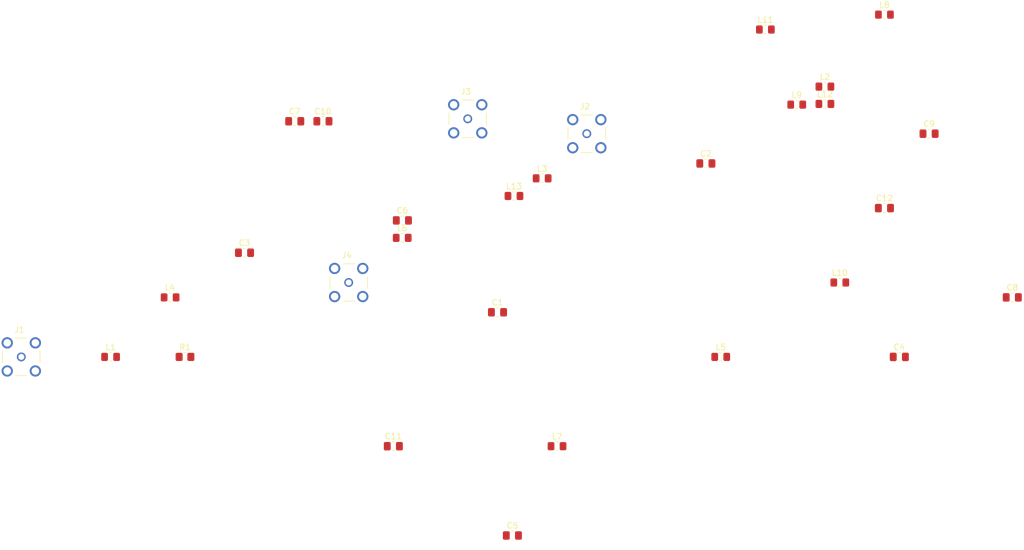
<source format=kicad_pcb>
(kicad_pcb (version 20211014) (generator pcbnew)
  (layers (0 "F.Cu" signal) (31 "B.Cu" signal) (34 "B.Paste" user) (35 "F.Paste" user) (36 "B.SilkS" user "B.Silkscreen") (37 "F.SilkS" user "F.Silkscreen") (38 "B.Mask" user) (39 "F.Mask" user) (44 "Edge.Cuts" user))
  (net 0 "")
  (net 1 "GND")
  (net 2 "Net-(J1-Pad1)")
  (net 3 "Net-(C6-Pad2)")
  (net 4 "Net-(J4-Pad1)")
  (net 5 "Net-(L1-Pad1)")
  (net 6 "Net-(C1-Pad1)")
  (net 7 "Net-(C1-Pad2)")
  (net 8 "Net-(C2-Pad2)")
  (net 9 "Net-(C3-Pad2)")
  (net 10 "Net-(C4-Pad2)")
  (net 11 "Net-(C5-Pad2)")
  (net 12 "Net-(C6-Pad1)")
  (net 13 "Net-(C7-Pad2)")
  (net 14 "Net-(C9-Pad2)")
  (net 15 "Net-(C10-Pad2)")
  (net 16 "Net-(C11-Pad2)")
  (net 17 "Net-(C12-Pad2)")
  (footprint "SMA_CONNECTOR:LPRS_SMA_CONNECTOR" (layer "F.Cu") (at 124.46 40.64)
    (fp_text reference "J2" (at -0.325 -4.635) (layer "F.SilkS"))
    (fp_text value "SMA_CONNECTOR")
    (fp_line (start -1 -3.2) (end 1 -3.2) (layer "F.SilkS") (width 0.127))
    (fp_line (start -3.2 1) (end -3.2 -1) (layer "F.SilkS") (width 0.127))
    (fp_line (start 1 3.2) (end -1 3.2) (layer "F.SilkS") (width 0.127))
    (fp_line (start 3.2 -1) (end 3.2 1) (layer "F.SilkS") (width 0.127))
    (pad "1" thru_hole circle locked (at 0 0) (size 1.508 1.508) (drill 1) (layers *.Cu *.Mask) (net 3 "Net-(C6-Pad2)"))
    (pad "G1" thru_hole circle locked (at -2.4 -2.4) (size 1.92 1.92) (drill 1.28) (layers *.Cu *.Mask) (net 1 "GND"))
    (pad "G2" thru_hole circle locked (at -2.4 2.4) (size 1.92 1.92) (drill 1.28) (layers *.Cu *.Mask) (net 1 "GND"))
    (pad "G3" thru_hole circle locked (at 2.4 2.4) (size 1.92 1.92) (drill 1.28) (layers *.Cu *.Mask) (net 1 "GND"))
    (pad "G4" thru_hole circle locked (at 2.4 -2.4) (size 1.92 1.92) (drill 1.28) (layers *.Cu *.Mask) (net 1 "GND"))
  )
  (footprint "Resistor_SMD:R_0805_2012Metric_Pad1.20x1.40mm_HandSolder" (layer "F.Cu") (at 55.88 78.74)
    (fp_text reference "R1" (at 0 -1.65) (layer "F.SilkS"))
    (fp_text value "14")
    (fp_line (start -0.227064 -0.735) (end 0.227064 -0.735) (layer "F.SilkS") (width 0.12))
    (fp_line (start -0.227064 0.735) (end 0.227064 0.735) (layer "F.SilkS") (width 0.12))
    (pad "1" smd roundrect locked (at -1 0) (size 1.2 1.4) (layers "F.Cu" "F.Paste" "F.Mask") (roundrect_rratio 0.208333) (net 5 "Net-(L1-Pad1)"))
    (pad "2" smd roundrect locked (at 1 0) (size 1.2 1.4) (layers "F.Cu" "F.Paste" "F.Mask") (roundrect_rratio 0.208333) (net 6 "Net-(C1-Pad1)"))
  )
  (footprint "Capacitor_SMD:C_0805_2012Metric_Pad1.18x1.45mm_HandSolder" (layer "F.Cu") (at 109.22 71.12)
    (fp_text reference "C1" (at 0 -1.68) (layer "F.SilkS"))
    (fp_text value "9.706p")
    (fp_line (start -0.261252 -0.735) (end 0.261252 -0.735) (layer "F.SilkS") (width 0.12))
    (fp_line (start -0.261252 0.735) (end 0.261252 0.735) (layer "F.SilkS") (width 0.12))
    (pad "1" smd roundrect locked (at -1.0375 0) (size 1.175 1.45) (layers "F.Cu" "F.Paste" "F.Mask") (roundrect_rratio 0.212766) (net 6 "Net-(C1-Pad1)"))
    (pad "2" smd roundrect locked (at 1.0375 0) (size 1.175 1.45) (layers "F.Cu" "F.Paste" "F.Mask") (roundrect_rratio 0.212766) (net 7 "Net-(C1-Pad2)"))
  )
  (footprint "Capacitor_SMD:C_0805_2012Metric_Pad1.18x1.45mm_HandSolder" (layer "F.Cu") (at 79.42 38.52)
    (fp_text reference "C10" (at 0 -1.68) (layer "F.SilkS"))
    (fp_text value "7.707p")
    (fp_line (start -0.261252 -0.735) (end 0.261252 -0.735) (layer "F.SilkS") (width 0.12))
    (fp_line (start -0.261252 0.735) (end 0.261252 0.735) (layer "F.SilkS") (width 0.12))
    (pad "1" smd roundrect locked (at -1.0375 0) (size 1.175 1.45) (layers "F.Cu" "F.Paste" "F.Mask") (roundrect_rratio 0.212766) (net 6 "Net-(C1-Pad1)"))
    (pad "2" smd roundrect locked (at 1.0375 0) (size 1.175 1.45) (layers "F.Cu" "F.Paste" "F.Mask") (roundrect_rratio 0.212766) (net 15 "Net-(C10-Pad2)"))
  )
  (footprint "Capacitor_SMD:C_0805_2012Metric_Pad1.18x1.45mm_HandSolder" (layer "F.Cu") (at 91.44 93.98)
    (fp_text reference "C11" (at 0 -1.68) (layer "F.SilkS"))
    (fp_text value "1.094n")
    (fp_line (start -0.261252 0.735) (end 0.261252 0.735) (layer "F.SilkS") (width 0.12))
    (fp_line (start -0.261252 -0.735) (end 0.261252 -0.735) (layer "F.SilkS") (width 0.12))
    (pad "1" smd roundrect locked (at -1.0375 0) (size 1.175 1.45) (layers "F.Cu" "F.Paste" "F.Mask") (roundrect_rratio 0.212766) (net 1 "GND"))
    (pad "2" smd roundrect locked (at 1.0375 0) (size 1.175 1.45) (layers "F.Cu" "F.Paste" "F.Mask") (roundrect_rratio 0.212766) (net 16 "Net-(C11-Pad2)"))
  )
  (footprint "Inductor_SMD:L_0805_2012Metric_Pad1.15x1.40mm_HandSolder" (layer "F.Cu") (at 92.955 58.42)
    (fp_text reference "L6" (at 0 -1.65) (layer "F.SilkS"))
    (fp_text value "2.895uH")
    (fp_line (start -0.261252 -0.71) (end 0.261252 -0.71) (layer "F.SilkS") (width 0.12))
    (fp_line (start -0.261252 0.71) (end 0.261252 0.71) (layer "F.SilkS") (width 0.12))
    (pad "1" smd roundrect locked (at -1.025 0) (size 1.15 1.4) (layers "F.Cu" "F.Paste" "F.Mask") (roundrect_rratio 0.217391) (net 11 "Net-(C5-Pad2)"))
    (pad "2" smd roundrect locked (at 1.025 0) (size 1.15 1.4) (layers "F.Cu" "F.Paste" "F.Mask") (roundrect_rratio 0.217391) (net 3 "Net-(C6-Pad2)"))
  )
  (footprint "Inductor_SMD:L_0805_2012Metric_Pad1.15x1.40mm_HandSolder" (layer "F.Cu") (at 43.18 78.74)
    (fp_text reference "L1" (at 0 -1.65) (layer "F.SilkS"))
    (fp_text value "92.22nH")
    (fp_line (start -0.261252 0.71) (end 0.261252 0.71) (layer "F.SilkS") (width 0.12))
    (fp_line (start -0.261252 -0.71) (end 0.261252 -0.71) (layer "F.SilkS") (width 0.12))
    (pad "1" smd roundrect locked (at -1.025 0) (size 1.15 1.4) (layers "F.Cu" "F.Paste" "F.Mask") (roundrect_rratio 0.217391) (net 5 "Net-(L1-Pad1)"))
    (pad "2" smd roundrect locked (at 1.025 0) (size 1.15 1.4) (layers "F.Cu" "F.Paste" "F.Mask") (roundrect_rratio 0.217391) (net 2 "Net-(J1-Pad1)"))
  )
  (footprint "Inductor_SMD:L_0805_2012Metric_Pad1.15x1.40mm_HandSolder" (layer "F.Cu") (at 165.1 32.61)
    (fp_text reference "L2" (at 0 -1.65) (layer "F.SilkS"))
    (fp_text value "5.827uH")
    (fp_line (start -0.261252 -0.71) (end 0.261252 -0.71) (layer "F.SilkS") (width 0.12))
    (fp_line (start -0.261252 0.71) (end 0.261252 0.71) (layer "F.SilkS") (width 0.12))
    (pad "1" smd roundrect locked (at -1.025 0) (size 1.15 1.4) (layers "F.Cu" "F.Paste" "F.Mask") (roundrect_rratio 0.217391) (net 7 "Net-(C1-Pad2)"))
    (pad "2" smd roundrect locked (at 1.025 0) (size 1.15 1.4) (layers "F.Cu" "F.Paste" "F.Mask") (roundrect_rratio 0.217391) (net 8 "Net-(C2-Pad2)"))
  )
  (footprint "Capacitor_SMD:C_0805_2012Metric_Pad1.18x1.45mm_HandSolder" (layer "F.Cu") (at 182.88 40.64)
    (fp_text reference "C9" (at 0 -1.68) (layer "F.SilkS"))
    (fp_text value "10p")
    (fp_line (start -0.261252 -0.735) (end 0.261252 -0.735) (layer "F.SilkS") (width 0.12))
    (fp_line (start -0.261252 0.735) (end 0.261252 0.735) (layer "F.SilkS") (width 0.12))
    (pad "1" smd roundrect locked (at -1.0375 0) (size 1.175 1.45) (layers "F.Cu" "F.Paste" "F.Mask") (roundrect_rratio 0.212766) (net 1 "GND"))
    (pad "2" smd roundrect locked (at 1.0375 0) (size 1.175 1.45) (layers "F.Cu" "F.Paste" "F.Mask") (roundrect_rratio 0.212766) (net 14 "Net-(C9-Pad2)"))
  )
  (footprint "Inductor_SMD:L_0805_2012Metric_Pad1.15x1.40mm_HandSolder" (layer "F.Cu") (at 116.84 48.26)
    (fp_text reference "L3" (at 0 -1.65) (layer "F.SilkS"))
    (fp_text value "22.44nH")
    (fp_line (start -0.261252 0.71) (end 0.261252 0.71) (layer "F.SilkS") (width 0.12))
    (fp_line (start -0.261252 -0.71) (end 0.261252 -0.71) (layer "F.SilkS") (width 0.12))
    (pad "1" smd roundrect locked (at -1.025 0) (size 1.15 1.4) (layers "F.Cu" "F.Paste" "F.Mask") (roundrect_rratio 0.217391) (net 8 "Net-(C2-Pad2)"))
    (pad "2" smd roundrect locked (at 1.025 0) (size 1.15 1.4) (layers "F.Cu" "F.Paste" "F.Mask") (roundrect_rratio 0.217391) (net 1 "GND"))
  )
  (footprint "Capacitor_SMD:C_0805_2012Metric_Pad1.18x1.45mm_HandSolder" (layer "F.Cu") (at 66.04 60.96)
    (fp_text reference "C3" (at 0 -1.68) (layer "F.SilkS"))
    (fp_text value "9.191p")
    (fp_line (start -0.261252 -0.735) (end 0.261252 -0.735) (layer "F.SilkS") (width 0.12))
    (fp_line (start -0.261252 0.735) (end 0.261252 0.735) (layer "F.SilkS") (width 0.12))
    (pad "1" smd roundrect locked (at -1.0375 0) (size 1.175 1.45) (layers "F.Cu" "F.Paste" "F.Mask") (roundrect_rratio 0.212766) (net 8 "Net-(C2-Pad2)"))
    (pad "2" smd roundrect locked (at 1.0375 0) (size 1.175 1.45) (layers "F.Cu" "F.Paste" "F.Mask") (roundrect_rratio 0.212766) (net 9 "Net-(C3-Pad2)"))
  )
  (footprint "SMA_CONNECTOR:LPRS_SMA_CONNECTOR" (layer "F.Cu") (at 104.14 38.1)
    (fp_text reference "J3" (at -0.325 -4.635) (layer "F.SilkS"))
    (fp_text value "SMA_CONNECTOR")
    (fp_line (start 1 3.2) (end -1 3.2) (layer "F.SilkS") (width 0.127))
    (fp_line (start -1 -3.2) (end 1 -3.2) (layer "F.SilkS") (width 0.127))
    (fp_line (start 3.2 -1) (end 3.2 1) (layer "F.SilkS") (width 0.127))
    (fp_line (start -3.2 1) (end -3.2 -1) (layer "F.SilkS") (width 0.127))
    (pad "1" thru_hole circle locked (at 0 0) (size 1.508 1.508) (drill 1) (layers *.Cu *.Mask) (net 1 "GND"))
    (pad "G1" thru_hole circle locked (at -2.4 -2.4) (size 1.92 1.92) (drill 1.28) (layers *.Cu *.Mask) (net 1 "GND"))
    (pad "G2" thru_hole circle locked (at -2.4 2.4) (size 1.92 1.92) (drill 1.28) (layers *.Cu *.Mask) (net 1 "GND"))
    (pad "G3" thru_hole circle locked (at 2.4 2.4) (size 1.92 1.92) (drill 1.28) (layers *.Cu *.Mask) (net 1 "GND"))
    (pad "G4" thru_hole circle locked (at 2.4 -2.4) (size 1.92 1.92) (drill 1.28) (layers *.Cu *.Mask) (net 1 "GND"))
  )
  (footprint "Inductor_SMD:L_0805_2012Metric_Pad1.15x1.40mm_HandSolder" (layer "F.Cu") (at 160.29 35.68)
    (fp_text reference "L9" (at 0 -1.65) (layer "F.SilkS"))
    (fp_text value "39nH")
    (fp_line (start -0.261252 0.71) (end 0.261252 0.71) (layer "F.SilkS") (width 0.12))
    (fp_line (start -0.261252 -0.71) (end 0.261252 -0.71) (layer "F.SilkS") (width 0.12))
    (pad "1" smd roundrect locked (at -1.025 0) (size 1.15 1.4) (layers "F.Cu" "F.Paste" "F.Mask") (roundrect_rratio 0.217391) (net 12 "Net-(C6-Pad1)"))
    (pad "2" smd roundrect locked (at 1.025 0) (size 1.15 1.4) (layers "F.Cu" "F.Paste" "F.Mask") (roundrect_rratio 0.217391) (net 1 "GND"))
  )
  (footprint "Inductor_SMD:L_0805_2012Metric_Pad1.15x1.40mm_HandSolder" (layer "F.Cu") (at 119.38 93.98)
    (fp_text reference "L7" (at 0 -1.65) (layer "F.SilkS"))
    (fp_text value "15.27uH")
    (fp_line (start -0.261252 -0.71) (end 0.261252 -0.71) (layer "F.SilkS") (width 0.12))
    (fp_line (start -0.261252 0.71) (end 0.261252 0.71) (layer "F.SilkS") (width 0.12))
    (pad "1" smd roundrect locked (at -1.025 0) (size 1.15 1.4) (layers "F.Cu" "F.Paste" "F.Mask") (roundrect_rratio 0.217391) (net 3 "Net-(C6-Pad2)"))
    (pad "2" smd roundrect locked (at 1.025 0) (size 1.15 1.4) (layers "F.Cu" "F.Paste" "F.Mask") (roundrect_rratio 0.217391) (net 12 "Net-(C6-Pad1)"))
  )
  (footprint "Capacitor_SMD:C_0805_2012Metric_Pad1.18x1.45mm_HandSolder" (layer "F.Cu") (at 74.61 38.52)
    (fp_text reference "C7" (at 0 -1.68) (layer "F.SilkS"))
    (fp_text value "16p")
    (fp_line (start -0.261252 0.735) (end 0.261252 0.735) (layer "F.SilkS") (width 0.12))
    (fp_line (start -0.261252 -0.735) (end 0.261252 -0.735) (layer "F.SilkS") (width 0.12))
    (pad "1" smd roundrect locked (at -1.0375 0) (size 1.175 1.45) (layers "F.Cu" "F.Paste" "F.Mask") (roundrect_rratio 0.212766) (net 12 "Net-(C6-Pad1)"))
    (pad "2" smd roundrect locked (at 1.0375 0) (size 1.175 1.45) (layers "F.Cu" "F.Paste" "F.Mask") (roundrect_rratio 0.212766) (net 13 "Net-(C7-Pad2)"))
  )
  (footprint "Inductor_SMD:L_0805_2012Metric_Pad1.15x1.40mm_HandSolder" (layer "F.Cu") (at 112.03 51.27)
    (fp_text reference "L13" (at 0 -1.65) (layer "F.SilkS"))
    (fp_text value "1.698uH")
    (fp_line (start -0.261252 -0.71) (end 0.261252 -0.71) (layer "F.SilkS") (width 0.12))
    (fp_line (start -0.261252 0.71) (end 0.261252 0.71) (layer "F.SilkS") (width 0.12))
    (pad "1" smd roundrect locked (at -1.025 0) (size 1.15 1.4) (layers "F.Cu" "F.Paste" "F.Mask") (roundrect_rratio 0.217391) (net 17 "Net-(C12-Pad2)"))
    (pad "2" smd roundrect locked (at 1.025 0) (size 1.15 1.4) (layers "F.Cu" "F.Paste" "F.Mask") (roundrect_rratio 0.217391) (net 4 "Net-(J4-Pad1)"))
  )
  (footprint "Inductor_SMD:L_0805_2012Metric_Pad1.15x1.40mm_HandSolder" (layer "F.Cu") (at 165.1 35.56)
    (fp_text reference "L12" (at 0 -1.65) (layer "F.SilkS"))
    (fp_text value "32.31nH")
    (fp_line (start -0.261252 -0.71) (end 0.261252 -0.71) (layer "F.SilkS") (width 0.12))
    (fp_line (start -0.261252 0.71) (end 0.261252 0.71) (layer "F.SilkS") (width 0.12))
    (pad "1" smd roundrect locked (at -1.025 0) (size 1.15 1.4) (layers "F.Cu" "F.Paste" "F.Mask") (roundrect_rratio 0.217391) (net 16 "Net-(C11-Pad2)"))
    (pad "2" smd roundrect locked (at 1.025 0) (size 1.15 1.4) (layers "F.Cu" "F.Paste" "F.Mask") (roundrect_rratio 0.217391) (net 1 "GND"))
  )
  (footprint "SMA_CONNECTOR:LPRS_SMA_CONNECTOR" (layer "F.Cu") (at 27.94 78.74)
    (fp_text reference "J1" (at -0.325 -4.635) (layer "F.SilkS"))
    (fp_text value "SMA_CONNECTOR")
    (fp_line (start 1 3.2) (end -1 3.2) (layer "F.SilkS") (width 0.127))
    (fp_line (start 3.2 -1) (end 3.2 1) (layer "F.SilkS") (width 0.127))
    (fp_line (start -1 -3.2) (end 1 -3.2) (layer "F.SilkS") (width 0.127))
    (fp_line (start -3.2 1) (end -3.2 -1) (layer "F.SilkS") (width 0.127))
    (pad "1" thru_hole circle locked (at 0 0) (size 1.508 1.508) (drill 1) (layers *.Cu *.Mask) (net 2 "Net-(J1-Pad1)"))
    (pad "G1" thru_hole circle locked (at -2.4 -2.4) (size 1.92 1.92) (drill 1.28) (layers *.Cu *.Mask) (net 1 "GND"))
    (pad "G2" thru_hole circle locked (at -2.4 2.4) (size 1.92 1.92) (drill 1.28) (layers *.Cu *.Mask) (net 1 "GND"))
    (pad "G3" thru_hole circle locked (at 2.4 2.4) (size 1.92 1.92) (drill 1.28) (layers *.Cu *.Mask) (net 1 "GND"))
    (pad "G4" thru_hole circle locked (at 2.4 -2.4) (size 1.92 1.92) (drill 1.28) (layers *.Cu *.Mask) (net 1 "GND"))
  )
  (footprint "Capacitor_SMD:C_0805_2012Metric_Pad1.18x1.45mm_HandSolder" (layer "F.Cu") (at 111.76 109.22)
    (fp_text reference "C5" (at 0 -1.68) (layer "F.SilkS"))
    (fp_text value "20.72p")
    (fp_line (start -0.261252 -0.735) (end 0.261252 -0.735) (layer "F.SilkS") (width 0.12))
    (fp_line (start -0.261252 0.735) (end 0.261252 0.735) (layer "F.SilkS") (width 0.12))
    (pad "1" smd roundrect locked (at -1.0375 0) (size 1.175 1.45) (layers "F.Cu" "F.Paste" "F.Mask") (roundrect_rratio 0.212766) (net 10 "Net-(C4-Pad2)"))
    (pad "2" smd roundrect locked (at 1.0375 0) (size 1.175 1.45) (layers "F.Cu" "F.Paste" "F.Mask") (roundrect_rratio 0.212766) (net 11 "Net-(C5-Pad2)"))
  )
  (footprint "Capacitor_SMD:C_0805_2012Metric_Pad1.18x1.45mm_HandSolder" (layer "F.Cu") (at 144.78 45.72)
    (fp_text reference "C2" (at 0 -1.68) (layer "F.SilkS"))
    (fp_text value "2.647n")
    (fp_line (start -0.261252 0.735) (end 0.261252 0.735) (layer "F.SilkS") (width 0.12))
    (fp_line (start -0.261252 -0.735) (end 0.261252 -0.735) (layer "F.SilkS") (width 0.12))
    (pad "1" smd roundrect locked (at -1.0375 0) (size 1.175 1.45) (layers "F.Cu" "F.Paste" "F.Mask") (roundrect_rratio 0.212766) (net 1 "GND"))
    (pad "2" smd roundrect locked (at 1.0375 0) (size 1.175 1.45) (layers "F.Cu" "F.Paste" "F.Mask") (roundrect_rratio 0.212766) (net 8 "Net-(C2-Pad2)"))
  )
  (footprint "Inductor_SMD:L_0805_2012Metric_Pad1.15x1.40mm_HandSolder" (layer "F.Cu") (at 154.94 22.86)
    (fp_text reference "L11" (at 0 -1.65) (layer "F.SilkS"))
    (fp_text value "24.4uH")
    (fp_line (start -0.261252 0.71) (end 0.261252 0.71) (layer "F.SilkS") (width 0.12))
    (fp_line (start -0.261252 -0.71) (end 0.261252 -0.71) (layer "F.SilkS") (width 0.12))
    (pad "1" smd roundrect locked (at -1.025 0) (size 1.15 1.4) (layers "F.Cu" "F.Paste" "F.Mask") (roundrect_rratio 0.217391) (net 15 "Net-(C10-Pad2)"))
    (pad "2" smd roundrect locked (at 1.025 0) (size 1.15 1.4) (layers "F.Cu" "F.Paste" "F.Mask") (roundrect_rratio 0.217391) (net 16 "Net-(C11-Pad2)"))
  )
  (footprint "Inductor_SMD:L_0805_2012Metric_Pad1.15x1.40mm_HandSolder" (layer "F.Cu") (at 167.64 66.04)
    (fp_text reference "L10" (at 0 -1.65) (layer "F.SilkS"))
    (fp_text value "3uH")
    (fp_line (start -0.261252 0.71) (end 0.261252 0.71) (layer "F.SilkS") (width 0.12))
    (fp_line (start -0.261252 -0.71) (end 0.261252 -0.71) (layer "F.SilkS") (width 0.12))
    (pad "1" smd roundrect locked (at -1.025 0) (size 1.15 1.4) (layers "F.Cu" "F.Paste" "F.Mask") (roundrect_rratio 0.217391) (net 14 "Net-(C9-Pad2)"))
    (pad "2" smd roundrect locked (at 1.025 0) (size 1.15 1.4) (layers "F.Cu" "F.Paste" "F.Mask") (roundrect_rratio 0.217391) (net 1 "GND"))
  )
  (footprint "SMA_CONNECTOR:LPRS_SMA_CONNECTOR" (layer "F.Cu") (at 83.82 66.04)
    (fp_text reference "J4" (at -0.325 -4.635) (layer "F.SilkS"))
    (fp_text value "SMA_CONNECTOR")
    (fp_line (start 3.2 -1) (end 3.2 1) (layer "F.SilkS") (width 0.127))
    (fp_line (start -3.2 1) (end -3.2 -1) (layer "F.SilkS") (width 0.127))
    (fp_line (start -1 -3.2) (end 1 -3.2) (layer "F.SilkS") (width 0.127))
    (fp_line (start 1 3.2) (end -1 3.2) (layer "F.SilkS") (width 0.127))
    (pad "1" thru_hole circle locked (at 0 0) (size 1.508 1.508) (drill 1) (layers *.Cu *.Mask) (net 4 "Net-(J4-Pad1)"))
    (pad "G1" thru_hole circle locked (at -2.4 -2.4) (size 1.92 1.92) (drill 1.28) (layers *.Cu *.Mask) (net 1 "GND"))
    (pad "G2" thru_hole circle locked (at -2.4 2.4) (size 1.92 1.92) (drill 1.28) (layers *.Cu *.Mask) (net 1 "GND"))
    (pad "G3" thru_hole circle locked (at 2.4 2.4) (size 1.92 1.92) (drill 1.28) (layers *.Cu *.Mask) (net 1 "GND"))
    (pad "G4" thru_hole circle locked (at 2.4 -2.4) (size 1.92 1.92) (drill 1.28) (layers *.Cu *.Mask) (net 1 "GND"))
  )
  (footprint "Capacitor_SMD:C_0805_2012Metric_Pad1.18x1.45mm_HandSolder" (layer "F.Cu") (at 175.26 53.34)
    (fp_text reference "C12" (at 0 -1.68) (layer "F.SilkS"))
    (fp_text value "17.82p")
    (fp_line (start -0.261252 0.735) (end 0.261252 0.735) (layer "F.SilkS") (width 0.12))
    (fp_line (start -0.261252 -0.735) (end 0.261252 -0.735) (layer "F.SilkS") (width 0.12))
    (pad "1" smd roundrect locked (at -1.0375 0) (size 1.175 1.45) (layers "F.Cu" "F.Paste" "F.Mask") (roundrect_rratio 0.212766) (net 16 "Net-(C11-Pad2)"))
    (pad "2" smd roundrect locked (at 1.0375 0) (size 1.175 1.45) (layers "F.Cu" "F.Paste" "F.Mask") (roundrect_rratio 0.212766) (net 17 "Net-(C12-Pad2)"))
  )
  (footprint "Inductor_SMD:L_0805_2012Metric_Pad1.15x1.40mm_HandSolder" (layer "F.Cu") (at 147.32 78.74)
    (fp_text reference "L5" (at 0 -1.65) (layer "F.SilkS"))
    (fp_text value "26.73nH")
    (fp_line (start -0.261252 0.71) (end 0.261252 0.71) (layer "F.SilkS") (width 0.12))
    (fp_line (start -0.261252 -0.71) (end 0.261252 -0.71) (layer "F.SilkS") (width 0.12))
    (pad "1" smd roundrect locked (at -1.025 0) (size 1.15 1.4) (layers "F.Cu" "F.Paste" "F.Mask") (roundrect_rratio 0.217391) (net 10 "Net-(C4-Pad2)"))
    (pad "2" smd roundrect locked (at 1.025 0) (size 1.15 1.4) (layers "F.Cu" "F.Paste" "F.Mask") (roundrect_rratio 0.217391) (net 1 "GND"))
  )
  (footprint "Capacitor_SMD:C_0805_2012Metric_Pad1.18x1.45mm_HandSolder" (layer "F.Cu") (at 197.0825 68.58)
    (fp_text reference "C8" (at 0 -1.68) (layer "F.SilkS"))
    (fp_text value "750p")
    (fp_line (start -0.261252 0.735) (end 0.261252 0.735) (layer "F.SilkS") (width 0.12))
    (fp_line (start -0.261252 -0.735) (end 0.261252 -0.735) (layer "F.SilkS") (width 0.12))
    (pad "1" smd roundrect locked (at -1.0375 0) (size 1.175 1.45) (layers "F.Cu" "F.Paste" "F.Mask") (roundrect_rratio 0.212766) (net 1 "GND"))
    (pad "2" smd roundrect locked (at 1.0375 0) (size 1.175 1.45) (layers "F.Cu" "F.Paste" "F.Mask") (roundrect_rratio 0.212766) (net 12 "Net-(C6-Pad1)"))
  )
  (footprint "Inductor_SMD:L_0805_2012Metric_Pad1.15x1.40mm_HandSolder" (layer "F.Cu") (at 53.34 68.58)
    (fp_text reference "L4" (at 0 -1.65) (layer "F.SilkS"))
    (fp_text value "6.2uH")
    (fp_line (start -0.261252 0.71) (end 0.261252 0.71) (layer "F.SilkS") (width 0.12))
    (fp_line (start -0.261252 -0.71) (end 0.261252 -0.71) (layer "F.SilkS") (width 0.12))
    (pad "1" smd roundrect locked (at -1.025 0) (size 1.15 1.4) (layers "F.Cu" "F.Paste" "F.Mask") (roundrect_rratio 0.217391) (net 9 "Net-(C3-Pad2)"))
    (pad "2" smd roundrect locked (at 1.025 0) (size 1.15 1.4) (layers "F.Cu" "F.Paste" "F.Mask") (roundrect_rratio 0.217391) (net 10 "Net-(C4-Pad2)"))
  )
  (footprint "Capacitor_SMD:C_0805_2012Metric_Pad1.18x1.45mm_HandSolder" (layer "F.Cu") (at 177.8 78.74)
    (fp_text reference "C4" (at 0 -1.68) (layer "F.SilkS"))
    (fp_text value "2.178n")
    (fp_line (start -0.261252 -0.735) (end 0.261252 -0.735) (layer "F.SilkS") (width 0.12))
    (fp_line (start -0.261252 0.735) (end 0.261252 0.735) (layer "F.SilkS") (width 0.12))
    (pad "1" smd roundrect locked (at -1.0375 0) (size 1.175 1.45) (layers "F.Cu" "F.Paste" "F.Mask") (roundrect_rratio 0.212766) (net 1 "GND"))
    (pad "2" smd roundrect locked (at 1.0375 0) (size 1.175 1.45) (layers "F.Cu" "F.Paste" "F.Mask") (roundrect_rratio 0.212766) (net 10 "Net-(C4-Pad2)"))
  )
  (footprint "Capacitor_SMD:C_0805_2012Metric_Pad1.18x1.45mm_HandSolder" (layer "F.Cu") (at 92.985 55.44)
    (fp_text reference "C6" (at 0 -1.68) (layer "F.SilkS"))
    (fp_text value "1.1n")
    (fp_line (start -0.261252 -0.735) (end 0.261252 -0.735) (layer "F.SilkS") (width 0.12))
    (fp_line (start -0.261252 0.735) (end 0.261252 0.735) (layer "F.SilkS") (width 0.12))
    (pad "1" smd roundrect locked (at -1.0375 0) (size 1.175 1.45) (layers "F.Cu" "F.Paste" "F.Mask") (roundrect_rratio 0.212766) (net 12 "Net-(C6-Pad1)"))
    (pad "2" smd roundrect locked (at 1.0375 0) (size 1.175 1.45) (layers "F.Cu" "F.Paste" "F.Mask") (roundrect_rratio 0.212766) (net 3 "Net-(C6-Pad2)"))
  )
  (footprint "Inductor_SMD:L_0805_2012Metric_Pad1.15x1.40mm_HandSolder" (layer "F.Cu") (at 175.26 20.32)
    (fp_text reference "L8" (at 0 -1.65) (layer "F.SilkS"))
    (fp_text value "1.8uH")
    (fp_line (start -0.261252 0.71) (end 0.261252 0.71) (layer "F.SilkS") (width 0.12))
    (fp_line (start -0.261252 -0.71) (end 0.261252 -0.71) (layer "F.SilkS") (width 0.12))
    (pad "1" smd roundrect locked (at -1.025 0) (size 1.15 1.4) (layers "F.Cu" "F.Paste" "F.Mask") (roundrect_rratio 0.217391) (net 13 "Net-(C7-Pad2)"))
    (pad "2" smd roundrect locked (at 1.025 0) (size 1.15 1.4) (layers "F.Cu" "F.Paste" "F.Mask") (roundrect_rratio 0.217391) (net 1 "GND"))
  )
)
</source>
